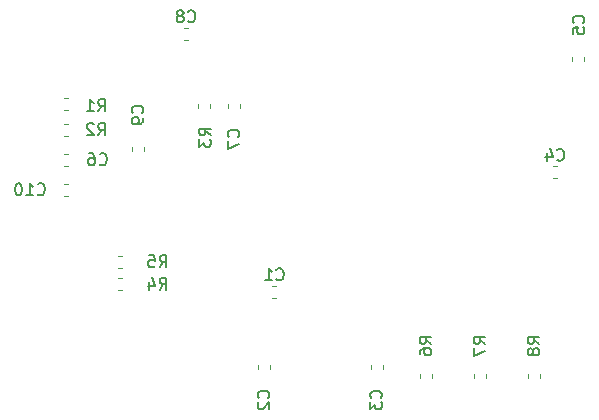
<source format=gbr>
G04 #@! TF.GenerationSoftware,KiCad,Pcbnew,5.1.5-52549c5~84~ubuntu18.04.1*
G04 #@! TF.CreationDate,2020-02-11T14:40:58+00:00*
G04 #@! TF.ProjectId,transmitter,7472616e-736d-4697-9474-65722e6b6963,rev?*
G04 #@! TF.SameCoordinates,Original*
G04 #@! TF.FileFunction,Legend,Bot*
G04 #@! TF.FilePolarity,Positive*
%FSLAX46Y46*%
G04 Gerber Fmt 4.6, Leading zero omitted, Abs format (unit mm)*
G04 Created by KiCad (PCBNEW 5.1.5-52549c5~84~ubuntu18.04.1) date 2020-02-11 14:40:58*
%MOMM*%
%LPD*%
G04 APERTURE LIST*
%ADD10C,0.120000*%
%ADD11C,0.150000*%
G04 APERTURE END LIST*
D10*
X96856733Y-73154000D02*
X97199267Y-73154000D01*
X96856733Y-72134000D02*
X97199267Y-72134000D01*
X114838267Y-81790000D02*
X114495733Y-81790000D01*
X114838267Y-80770000D02*
X114495733Y-80770000D01*
X114302000Y-87458733D02*
X114302000Y-87801267D01*
X113282000Y-87458733D02*
X113282000Y-87801267D01*
X123827000Y-87458733D02*
X123827000Y-87801267D01*
X122807000Y-87458733D02*
X122807000Y-87801267D01*
X138258733Y-70610000D02*
X138601267Y-70610000D01*
X138258733Y-71630000D02*
X138601267Y-71630000D01*
X140845000Y-61766267D02*
X140845000Y-61423733D01*
X139825000Y-61766267D02*
X139825000Y-61423733D01*
X97199267Y-70614000D02*
X96856733Y-70614000D01*
X97199267Y-69594000D02*
X96856733Y-69594000D01*
X110742000Y-65360733D02*
X110742000Y-65703267D01*
X111762000Y-65360733D02*
X111762000Y-65703267D01*
X107359267Y-58926000D02*
X107016733Y-58926000D01*
X107359267Y-59946000D02*
X107016733Y-59946000D01*
X102614000Y-69043733D02*
X102614000Y-69386267D01*
X103634000Y-69043733D02*
X103634000Y-69386267D01*
X97199267Y-68074000D02*
X96856733Y-68074000D01*
X97199267Y-67054000D02*
X96856733Y-67054000D01*
X97199267Y-65915000D02*
X96856733Y-65915000D01*
X97199267Y-64895000D02*
X96856733Y-64895000D01*
X108202000Y-65360733D02*
X108202000Y-65703267D01*
X109222000Y-65360733D02*
X109222000Y-65703267D01*
X101771267Y-81155000D02*
X101428733Y-81155000D01*
X101771267Y-80135000D02*
X101428733Y-80135000D01*
X101428733Y-79250000D02*
X101771267Y-79250000D01*
X101428733Y-78230000D02*
X101771267Y-78230000D01*
X126998000Y-88220733D02*
X126998000Y-88563267D01*
X128018000Y-88220733D02*
X128018000Y-88563267D01*
X132590000Y-88220733D02*
X132590000Y-88563267D01*
X131570000Y-88220733D02*
X131570000Y-88563267D01*
X136142000Y-88220733D02*
X136142000Y-88563267D01*
X137162000Y-88220733D02*
X137162000Y-88563267D01*
D11*
X94622857Y-73001142D02*
X94670476Y-73048761D01*
X94813333Y-73096380D01*
X94908571Y-73096380D01*
X95051428Y-73048761D01*
X95146666Y-72953523D01*
X95194285Y-72858285D01*
X95241904Y-72667809D01*
X95241904Y-72524952D01*
X95194285Y-72334476D01*
X95146666Y-72239238D01*
X95051428Y-72144000D01*
X94908571Y-72096380D01*
X94813333Y-72096380D01*
X94670476Y-72144000D01*
X94622857Y-72191619D01*
X93670476Y-73096380D02*
X94241904Y-73096380D01*
X93956190Y-73096380D02*
X93956190Y-72096380D01*
X94051428Y-72239238D01*
X94146666Y-72334476D01*
X94241904Y-72382095D01*
X93051428Y-72096380D02*
X92956190Y-72096380D01*
X92860952Y-72144000D01*
X92813333Y-72191619D01*
X92765714Y-72286857D01*
X92718095Y-72477333D01*
X92718095Y-72715428D01*
X92765714Y-72905904D01*
X92813333Y-73001142D01*
X92860952Y-73048761D01*
X92956190Y-73096380D01*
X93051428Y-73096380D01*
X93146666Y-73048761D01*
X93194285Y-73001142D01*
X93241904Y-72905904D01*
X93289523Y-72715428D01*
X93289523Y-72477333D01*
X93241904Y-72286857D01*
X93194285Y-72191619D01*
X93146666Y-72144000D01*
X93051428Y-72096380D01*
X114833666Y-80207142D02*
X114881285Y-80254761D01*
X115024142Y-80302380D01*
X115119380Y-80302380D01*
X115262238Y-80254761D01*
X115357476Y-80159523D01*
X115405095Y-80064285D01*
X115452714Y-79873809D01*
X115452714Y-79730952D01*
X115405095Y-79540476D01*
X115357476Y-79445238D01*
X115262238Y-79350000D01*
X115119380Y-79302380D01*
X115024142Y-79302380D01*
X114881285Y-79350000D01*
X114833666Y-79397619D01*
X113881285Y-80302380D02*
X114452714Y-80302380D01*
X114167000Y-80302380D02*
X114167000Y-79302380D01*
X114262238Y-79445238D01*
X114357476Y-79540476D01*
X114452714Y-79588095D01*
X114149142Y-90257333D02*
X114196761Y-90209714D01*
X114244380Y-90066857D01*
X114244380Y-89971619D01*
X114196761Y-89828761D01*
X114101523Y-89733523D01*
X114006285Y-89685904D01*
X113815809Y-89638285D01*
X113672952Y-89638285D01*
X113482476Y-89685904D01*
X113387238Y-89733523D01*
X113292000Y-89828761D01*
X113244380Y-89971619D01*
X113244380Y-90066857D01*
X113292000Y-90209714D01*
X113339619Y-90257333D01*
X113339619Y-90638285D02*
X113292000Y-90685904D01*
X113244380Y-90781142D01*
X113244380Y-91019238D01*
X113292000Y-91114476D01*
X113339619Y-91162095D01*
X113434857Y-91209714D01*
X113530095Y-91209714D01*
X113672952Y-91162095D01*
X114244380Y-90590666D01*
X114244380Y-91209714D01*
X123674142Y-90257333D02*
X123721761Y-90209714D01*
X123769380Y-90066857D01*
X123769380Y-89971619D01*
X123721761Y-89828761D01*
X123626523Y-89733523D01*
X123531285Y-89685904D01*
X123340809Y-89638285D01*
X123197952Y-89638285D01*
X123007476Y-89685904D01*
X122912238Y-89733523D01*
X122817000Y-89828761D01*
X122769380Y-89971619D01*
X122769380Y-90066857D01*
X122817000Y-90209714D01*
X122864619Y-90257333D01*
X122769380Y-90590666D02*
X122769380Y-91209714D01*
X123150333Y-90876380D01*
X123150333Y-91019238D01*
X123197952Y-91114476D01*
X123245571Y-91162095D01*
X123340809Y-91209714D01*
X123578904Y-91209714D01*
X123674142Y-91162095D01*
X123721761Y-91114476D01*
X123769380Y-91019238D01*
X123769380Y-90733523D01*
X123721761Y-90638285D01*
X123674142Y-90590666D01*
X138596666Y-70080142D02*
X138644285Y-70127761D01*
X138787142Y-70175380D01*
X138882380Y-70175380D01*
X139025238Y-70127761D01*
X139120476Y-70032523D01*
X139168095Y-69937285D01*
X139215714Y-69746809D01*
X139215714Y-69603952D01*
X139168095Y-69413476D01*
X139120476Y-69318238D01*
X139025238Y-69223000D01*
X138882380Y-69175380D01*
X138787142Y-69175380D01*
X138644285Y-69223000D01*
X138596666Y-69270619D01*
X137739523Y-69508714D02*
X137739523Y-70175380D01*
X137977619Y-69127761D02*
X138215714Y-69842047D01*
X137596666Y-69842047D01*
X140819142Y-58507333D02*
X140866761Y-58459714D01*
X140914380Y-58316857D01*
X140914380Y-58221619D01*
X140866761Y-58078761D01*
X140771523Y-57983523D01*
X140676285Y-57935904D01*
X140485809Y-57888285D01*
X140342952Y-57888285D01*
X140152476Y-57935904D01*
X140057238Y-57983523D01*
X139962000Y-58078761D01*
X139914380Y-58221619D01*
X139914380Y-58316857D01*
X139962000Y-58459714D01*
X140009619Y-58507333D01*
X139914380Y-59412095D02*
X139914380Y-58935904D01*
X140390571Y-58888285D01*
X140342952Y-58935904D01*
X140295333Y-59031142D01*
X140295333Y-59269238D01*
X140342952Y-59364476D01*
X140390571Y-59412095D01*
X140485809Y-59459714D01*
X140723904Y-59459714D01*
X140819142Y-59412095D01*
X140866761Y-59364476D01*
X140914380Y-59269238D01*
X140914380Y-59031142D01*
X140866761Y-58935904D01*
X140819142Y-58888285D01*
X99861666Y-70461142D02*
X99909285Y-70508761D01*
X100052142Y-70556380D01*
X100147380Y-70556380D01*
X100290238Y-70508761D01*
X100385476Y-70413523D01*
X100433095Y-70318285D01*
X100480714Y-70127809D01*
X100480714Y-69984952D01*
X100433095Y-69794476D01*
X100385476Y-69699238D01*
X100290238Y-69604000D01*
X100147380Y-69556380D01*
X100052142Y-69556380D01*
X99909285Y-69604000D01*
X99861666Y-69651619D01*
X99004523Y-69556380D02*
X99195000Y-69556380D01*
X99290238Y-69604000D01*
X99337857Y-69651619D01*
X99433095Y-69794476D01*
X99480714Y-69984952D01*
X99480714Y-70365904D01*
X99433095Y-70461142D01*
X99385476Y-70508761D01*
X99290238Y-70556380D01*
X99099761Y-70556380D01*
X99004523Y-70508761D01*
X98956904Y-70461142D01*
X98909285Y-70365904D01*
X98909285Y-70127809D01*
X98956904Y-70032571D01*
X99004523Y-69984952D01*
X99099761Y-69937333D01*
X99290238Y-69937333D01*
X99385476Y-69984952D01*
X99433095Y-70032571D01*
X99480714Y-70127809D01*
X111609142Y-68159333D02*
X111656761Y-68111714D01*
X111704380Y-67968857D01*
X111704380Y-67873619D01*
X111656761Y-67730761D01*
X111561523Y-67635523D01*
X111466285Y-67587904D01*
X111275809Y-67540285D01*
X111132952Y-67540285D01*
X110942476Y-67587904D01*
X110847238Y-67635523D01*
X110752000Y-67730761D01*
X110704380Y-67873619D01*
X110704380Y-67968857D01*
X110752000Y-68111714D01*
X110799619Y-68159333D01*
X110704380Y-68492666D02*
X110704380Y-69159333D01*
X111704380Y-68730761D01*
X107354666Y-58363142D02*
X107402285Y-58410761D01*
X107545142Y-58458380D01*
X107640380Y-58458380D01*
X107783238Y-58410761D01*
X107878476Y-58315523D01*
X107926095Y-58220285D01*
X107973714Y-58029809D01*
X107973714Y-57886952D01*
X107926095Y-57696476D01*
X107878476Y-57601238D01*
X107783238Y-57506000D01*
X107640380Y-57458380D01*
X107545142Y-57458380D01*
X107402285Y-57506000D01*
X107354666Y-57553619D01*
X106783238Y-57886952D02*
X106878476Y-57839333D01*
X106926095Y-57791714D01*
X106973714Y-57696476D01*
X106973714Y-57648857D01*
X106926095Y-57553619D01*
X106878476Y-57506000D01*
X106783238Y-57458380D01*
X106592761Y-57458380D01*
X106497523Y-57506000D01*
X106449904Y-57553619D01*
X106402285Y-57648857D01*
X106402285Y-57696476D01*
X106449904Y-57791714D01*
X106497523Y-57839333D01*
X106592761Y-57886952D01*
X106783238Y-57886952D01*
X106878476Y-57934571D01*
X106926095Y-57982190D01*
X106973714Y-58077428D01*
X106973714Y-58267904D01*
X106926095Y-58363142D01*
X106878476Y-58410761D01*
X106783238Y-58458380D01*
X106592761Y-58458380D01*
X106497523Y-58410761D01*
X106449904Y-58363142D01*
X106402285Y-58267904D01*
X106402285Y-58077428D01*
X106449904Y-57982190D01*
X106497523Y-57934571D01*
X106592761Y-57886952D01*
X103481142Y-66127333D02*
X103528761Y-66079714D01*
X103576380Y-65936857D01*
X103576380Y-65841619D01*
X103528761Y-65698761D01*
X103433523Y-65603523D01*
X103338285Y-65555904D01*
X103147809Y-65508285D01*
X103004952Y-65508285D01*
X102814476Y-65555904D01*
X102719238Y-65603523D01*
X102624000Y-65698761D01*
X102576380Y-65841619D01*
X102576380Y-65936857D01*
X102624000Y-66079714D01*
X102671619Y-66127333D01*
X103576380Y-66603523D02*
X103576380Y-66794000D01*
X103528761Y-66889238D01*
X103481142Y-66936857D01*
X103338285Y-67032095D01*
X103147809Y-67079714D01*
X102766857Y-67079714D01*
X102671619Y-67032095D01*
X102624000Y-66984476D01*
X102576380Y-66889238D01*
X102576380Y-66698761D01*
X102624000Y-66603523D01*
X102671619Y-66555904D01*
X102766857Y-66508285D01*
X103004952Y-66508285D01*
X103100190Y-66555904D01*
X103147809Y-66603523D01*
X103195428Y-66698761D01*
X103195428Y-66889238D01*
X103147809Y-66984476D01*
X103100190Y-67032095D01*
X103004952Y-67079714D01*
X99734666Y-65984380D02*
X100068000Y-65508190D01*
X100306095Y-65984380D02*
X100306095Y-64984380D01*
X99925142Y-64984380D01*
X99829904Y-65032000D01*
X99782285Y-65079619D01*
X99734666Y-65174857D01*
X99734666Y-65317714D01*
X99782285Y-65412952D01*
X99829904Y-65460571D01*
X99925142Y-65508190D01*
X100306095Y-65508190D01*
X98782285Y-65984380D02*
X99353714Y-65984380D01*
X99068000Y-65984380D02*
X99068000Y-64984380D01*
X99163238Y-65127238D01*
X99258476Y-65222476D01*
X99353714Y-65270095D01*
X99734666Y-68016380D02*
X100068000Y-67540190D01*
X100306095Y-68016380D02*
X100306095Y-67016380D01*
X99925142Y-67016380D01*
X99829904Y-67064000D01*
X99782285Y-67111619D01*
X99734666Y-67206857D01*
X99734666Y-67349714D01*
X99782285Y-67444952D01*
X99829904Y-67492571D01*
X99925142Y-67540190D01*
X100306095Y-67540190D01*
X99353714Y-67111619D02*
X99306095Y-67064000D01*
X99210857Y-67016380D01*
X98972761Y-67016380D01*
X98877523Y-67064000D01*
X98829904Y-67111619D01*
X98782285Y-67206857D01*
X98782285Y-67302095D01*
X98829904Y-67444952D01*
X99401333Y-68016380D01*
X98782285Y-68016380D01*
X109291380Y-68032333D02*
X108815190Y-67699000D01*
X109291380Y-67460904D02*
X108291380Y-67460904D01*
X108291380Y-67841857D01*
X108339000Y-67937095D01*
X108386619Y-67984714D01*
X108481857Y-68032333D01*
X108624714Y-68032333D01*
X108719952Y-67984714D01*
X108767571Y-67937095D01*
X108815190Y-67841857D01*
X108815190Y-67460904D01*
X108291380Y-68365666D02*
X108291380Y-68984714D01*
X108672333Y-68651380D01*
X108672333Y-68794238D01*
X108719952Y-68889476D01*
X108767571Y-68937095D01*
X108862809Y-68984714D01*
X109100904Y-68984714D01*
X109196142Y-68937095D01*
X109243761Y-68889476D01*
X109291380Y-68794238D01*
X109291380Y-68508523D01*
X109243761Y-68413285D01*
X109196142Y-68365666D01*
X104941666Y-81097380D02*
X105275000Y-80621190D01*
X105513095Y-81097380D02*
X105513095Y-80097380D01*
X105132142Y-80097380D01*
X105036904Y-80145000D01*
X104989285Y-80192619D01*
X104941666Y-80287857D01*
X104941666Y-80430714D01*
X104989285Y-80525952D01*
X105036904Y-80573571D01*
X105132142Y-80621190D01*
X105513095Y-80621190D01*
X104084523Y-80430714D02*
X104084523Y-81097380D01*
X104322619Y-80049761D02*
X104560714Y-80764047D01*
X103941666Y-80764047D01*
X104941666Y-79192380D02*
X105275000Y-78716190D01*
X105513095Y-79192380D02*
X105513095Y-78192380D01*
X105132142Y-78192380D01*
X105036904Y-78240000D01*
X104989285Y-78287619D01*
X104941666Y-78382857D01*
X104941666Y-78525714D01*
X104989285Y-78620952D01*
X105036904Y-78668571D01*
X105132142Y-78716190D01*
X105513095Y-78716190D01*
X104036904Y-78192380D02*
X104513095Y-78192380D01*
X104560714Y-78668571D01*
X104513095Y-78620952D01*
X104417857Y-78573333D01*
X104179761Y-78573333D01*
X104084523Y-78620952D01*
X104036904Y-78668571D01*
X103989285Y-78763809D01*
X103989285Y-79001904D01*
X104036904Y-79097142D01*
X104084523Y-79144761D01*
X104179761Y-79192380D01*
X104417857Y-79192380D01*
X104513095Y-79144761D01*
X104560714Y-79097142D01*
X127960380Y-85685333D02*
X127484190Y-85352000D01*
X127960380Y-85113904D02*
X126960380Y-85113904D01*
X126960380Y-85494857D01*
X127008000Y-85590095D01*
X127055619Y-85637714D01*
X127150857Y-85685333D01*
X127293714Y-85685333D01*
X127388952Y-85637714D01*
X127436571Y-85590095D01*
X127484190Y-85494857D01*
X127484190Y-85113904D01*
X126960380Y-86542476D02*
X126960380Y-86352000D01*
X127008000Y-86256761D01*
X127055619Y-86209142D01*
X127198476Y-86113904D01*
X127388952Y-86066285D01*
X127769904Y-86066285D01*
X127865142Y-86113904D01*
X127912761Y-86161523D01*
X127960380Y-86256761D01*
X127960380Y-86447238D01*
X127912761Y-86542476D01*
X127865142Y-86590095D01*
X127769904Y-86637714D01*
X127531809Y-86637714D01*
X127436571Y-86590095D01*
X127388952Y-86542476D01*
X127341333Y-86447238D01*
X127341333Y-86256761D01*
X127388952Y-86161523D01*
X127436571Y-86113904D01*
X127531809Y-86066285D01*
X132532380Y-85685333D02*
X132056190Y-85352000D01*
X132532380Y-85113904D02*
X131532380Y-85113904D01*
X131532380Y-85494857D01*
X131580000Y-85590095D01*
X131627619Y-85637714D01*
X131722857Y-85685333D01*
X131865714Y-85685333D01*
X131960952Y-85637714D01*
X132008571Y-85590095D01*
X132056190Y-85494857D01*
X132056190Y-85113904D01*
X131532380Y-86018666D02*
X131532380Y-86685333D01*
X132532380Y-86256761D01*
X137104380Y-85685333D02*
X136628190Y-85352000D01*
X137104380Y-85113904D02*
X136104380Y-85113904D01*
X136104380Y-85494857D01*
X136152000Y-85590095D01*
X136199619Y-85637714D01*
X136294857Y-85685333D01*
X136437714Y-85685333D01*
X136532952Y-85637714D01*
X136580571Y-85590095D01*
X136628190Y-85494857D01*
X136628190Y-85113904D01*
X136532952Y-86256761D02*
X136485333Y-86161523D01*
X136437714Y-86113904D01*
X136342476Y-86066285D01*
X136294857Y-86066285D01*
X136199619Y-86113904D01*
X136152000Y-86161523D01*
X136104380Y-86256761D01*
X136104380Y-86447238D01*
X136152000Y-86542476D01*
X136199619Y-86590095D01*
X136294857Y-86637714D01*
X136342476Y-86637714D01*
X136437714Y-86590095D01*
X136485333Y-86542476D01*
X136532952Y-86447238D01*
X136532952Y-86256761D01*
X136580571Y-86161523D01*
X136628190Y-86113904D01*
X136723428Y-86066285D01*
X136913904Y-86066285D01*
X137009142Y-86113904D01*
X137056761Y-86161523D01*
X137104380Y-86256761D01*
X137104380Y-86447238D01*
X137056761Y-86542476D01*
X137009142Y-86590095D01*
X136913904Y-86637714D01*
X136723428Y-86637714D01*
X136628190Y-86590095D01*
X136580571Y-86542476D01*
X136532952Y-86447238D01*
M02*

</source>
